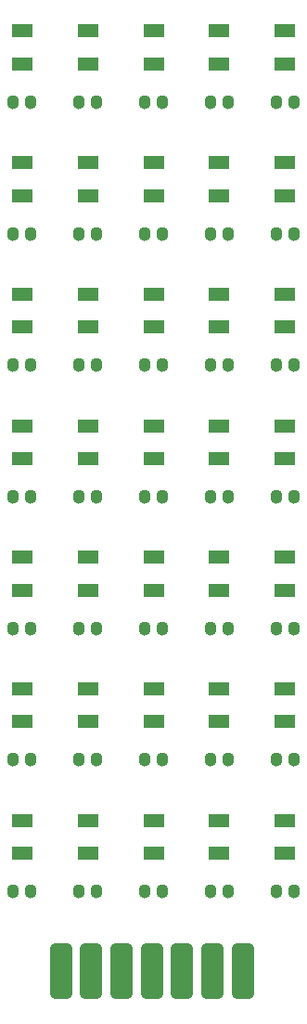
<source format=gbs>
G04*
G04 #@! TF.GenerationSoftware,Altium Limited,Altium Designer,24.1.2 (44)*
G04*
G04 Layer_Color=16711935*
%FSLAX44Y44*%
%MOMM*%
G71*
G04*
G04 #@! TF.SameCoordinates,19925CEE-E599-4C59-BD36-36AD13F6144B*
G04*
G04*
G04 #@! TF.FilePolarity,Negative*
G04*
G01*
G75*
G04:AMPARAMS|DCode=11|XSize=2.1mm|YSize=5.1mm|CornerRadius=0.55mm|HoleSize=0mm|Usage=FLASHONLY|Rotation=0.000|XOffset=0mm|YOffset=0mm|HoleType=Round|Shape=RoundedRectangle|*
%AMROUNDEDRECTD11*
21,1,2.1000,4.0000,0,0,0.0*
21,1,1.0000,5.1000,0,0,0.0*
1,1,1.1000,0.5000,-2.0000*
1,1,1.1000,-0.5000,-2.0000*
1,1,1.1000,-0.5000,2.0000*
1,1,1.1000,0.5000,2.0000*
%
%ADD11ROUNDEDRECTD11*%
%ADD12O,1.1000X1.3000*%
%ADD17R,1.9000X1.2500*%
D11*
X115700Y232000D02*
D03*
X143400D02*
D03*
X171100D02*
D03*
X198800D02*
D03*
X226500D02*
D03*
X254000D02*
D03*
X281750D02*
D03*
D12*
X148355Y784645D02*
D03*
X132355D02*
D03*
X148355Y664645D02*
D03*
X132355D02*
D03*
X148355Y544645D02*
D03*
X132355D02*
D03*
X148355Y424645D02*
D03*
X132355D02*
D03*
X148355Y304645D02*
D03*
X132355D02*
D03*
X208355Y1024645D02*
D03*
X192355D02*
D03*
X208355Y904645D02*
D03*
X192355D02*
D03*
X208355Y784645D02*
D03*
X192355D02*
D03*
X88355Y1024645D02*
D03*
X72355D02*
D03*
X88355Y904645D02*
D03*
X72355D02*
D03*
X88355Y784645D02*
D03*
X72355D02*
D03*
X88355Y664645D02*
D03*
X72355D02*
D03*
X88355Y544645D02*
D03*
X72355D02*
D03*
X88355Y424645D02*
D03*
X72355D02*
D03*
X88355Y304645D02*
D03*
X72355D02*
D03*
X148355Y1024645D02*
D03*
X132355D02*
D03*
X148355Y904645D02*
D03*
X132355D02*
D03*
X208355Y664645D02*
D03*
X192355D02*
D03*
X208355Y544645D02*
D03*
X192355D02*
D03*
X208355Y424645D02*
D03*
X192355D02*
D03*
X208355Y304645D02*
D03*
X192355D02*
D03*
X268355Y1024645D02*
D03*
X252355D02*
D03*
X268355Y904645D02*
D03*
X252355D02*
D03*
X268355Y784645D02*
D03*
X252355D02*
D03*
X268355Y664645D02*
D03*
X252355D02*
D03*
X268355Y544645D02*
D03*
X252355D02*
D03*
X268355Y424645D02*
D03*
X252355D02*
D03*
X268355Y304645D02*
D03*
X252355D02*
D03*
X328355Y1024645D02*
D03*
X312355D02*
D03*
X328355Y904645D02*
D03*
X312355D02*
D03*
X328355Y784645D02*
D03*
X312355D02*
D03*
X328355Y664645D02*
D03*
X312355D02*
D03*
X328355Y544645D02*
D03*
X312355D02*
D03*
X328355Y424645D02*
D03*
X312355D02*
D03*
X328355Y304645D02*
D03*
X312355D02*
D03*
D17*
X80356Y489387D02*
D03*
Y459387D02*
D03*
X140356Y489387D02*
D03*
Y459387D02*
D03*
Y369387D02*
D03*
Y339387D02*
D03*
X200355Y489387D02*
D03*
Y459387D02*
D03*
Y369387D02*
D03*
Y339387D02*
D03*
X260355Y489387D02*
D03*
Y459387D02*
D03*
Y369387D02*
D03*
Y339387D02*
D03*
X320355Y369387D02*
D03*
Y339387D02*
D03*
Y489387D02*
D03*
Y459387D02*
D03*
X80356Y729387D02*
D03*
Y699387D02*
D03*
X140356Y729387D02*
D03*
Y699387D02*
D03*
Y609387D02*
D03*
Y579387D02*
D03*
X200355Y729387D02*
D03*
Y699387D02*
D03*
Y609387D02*
D03*
Y579387D02*
D03*
X260355Y609387D02*
D03*
Y579387D02*
D03*
Y729387D02*
D03*
Y699387D02*
D03*
X320355Y729387D02*
D03*
Y699387D02*
D03*
Y609387D02*
D03*
Y579387D02*
D03*
X80356Y369387D02*
D03*
Y339387D02*
D03*
X140356Y969387D02*
D03*
Y939387D02*
D03*
X200355Y969387D02*
D03*
Y939387D02*
D03*
X260355Y969387D02*
D03*
Y939387D02*
D03*
X320355Y969387D02*
D03*
Y939387D02*
D03*
X80356Y609387D02*
D03*
Y579387D02*
D03*
Y849387D02*
D03*
Y819387D02*
D03*
Y1089387D02*
D03*
Y1059387D02*
D03*
X320355Y1089387D02*
D03*
Y1059387D02*
D03*
X260355Y1089387D02*
D03*
Y1059387D02*
D03*
X80356Y969387D02*
D03*
Y939387D02*
D03*
X140356Y1089387D02*
D03*
Y1059387D02*
D03*
Y849387D02*
D03*
Y819387D02*
D03*
X200355Y1089387D02*
D03*
Y1059387D02*
D03*
Y849387D02*
D03*
Y819387D02*
D03*
X260355Y849387D02*
D03*
Y819387D02*
D03*
X320355Y849387D02*
D03*
Y819387D02*
D03*
M02*

</source>
